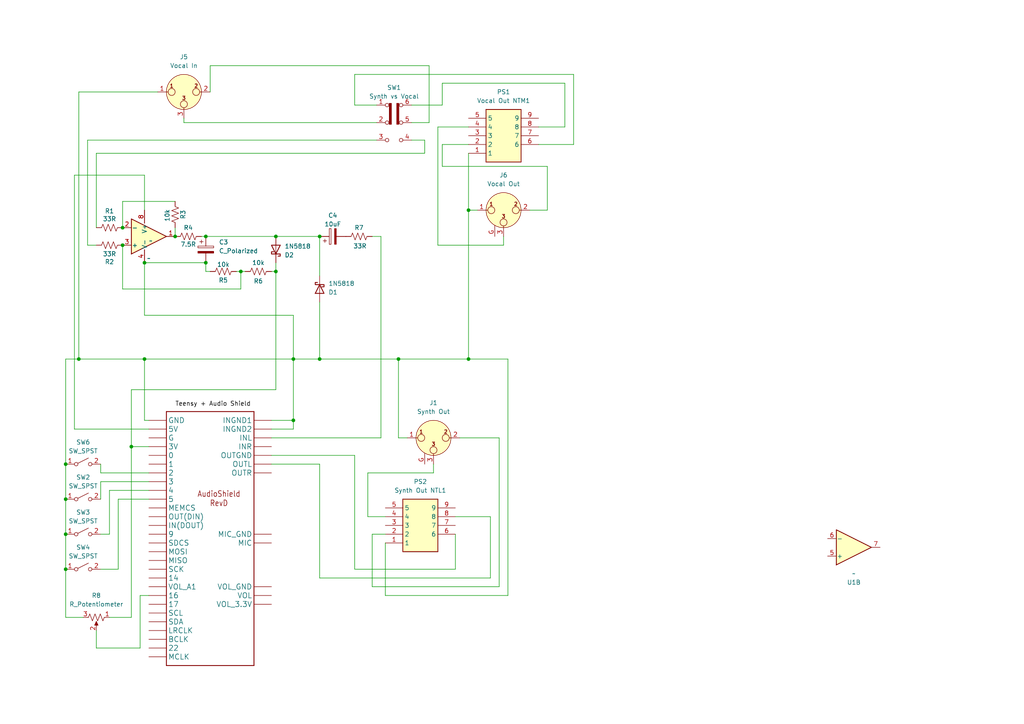
<source format=kicad_sch>
(kicad_sch (version 20250114) (generator "eeschema") (generator_version "9.0")
  (paper "A4")
  (lib_symbols
    (symbol "Amplifier_Operational:LM358" (pin_names (offset 0.127))
      (property "Reference" "U" (at 0 5.08 0))
      (property "Value" "LM358" (at 0 -5.08 0))
      (symbol "LM358_1_1"
        (polyline (pts (xy -5.08 5.08) (xy 5.08 0) (xy -5.08 -5.08) (xy -5.08 5.08)) (stroke (width 0.254)) (fill (type background)))
        (pin input line (at -7.62 2.54 0) (length 2.54) (name "+") (number "3"))
        (pin input line (at -7.62 -2.54 0) (length 2.54) (name "-") (number "2"))
        (pin output line (at 7.62 0 180) (length 2.54) (name "~") (number "1"))
      )
      (symbol "LM358_2_1"
        (polyline (pts (xy -5.08 5.08) (xy 5.08 0) (xy -5.08 -5.08) (xy -5.08 5.08)) (stroke (width 0.254)) (fill (type background)))
        (pin input line (at -7.62 2.54 0) (length 2.54) (name "+") (number "5"))
        (pin input line (at -7.62 -2.54 0) (length 2.54) (name "-") (number "6"))
        (pin output line (at 7.62 0 180) (length 2.54) (name "~") (number "7"))
      )
      (symbol "LM358_3_1"
        (pin power_in line (at -2.54 7.62 270) (length 3.81) (name "V+") (number "8"))
        (pin power_in line (at -2.54 -7.62 90) (length 3.81) (name "V-") (number "4"))
      )
    )
    (symbol "Connector_Audio:NC3FAAH" (pin_names (hide yes))
      (property "Reference" "J" (at 0 8.89 0))
      (property "Value" "NC3FAAH" (at 0 6.35 0))
      (symbol "NC3FAAH_0_1"
        (polyline (pts (xy -5.08 0) (xy -4.572 0)))
        (circle (center -3.556 0) (radius 1.016))
        (circle (center 0 0) (radius 5.08) (fill (type background)))
        (circle (center 0 -3.556) (radius 1.016))
        (polyline (pts (xy 0 -5.08) (xy 0 -4.572)))
        (circle (center 3.556 0) (radius 1.016))
        (polyline (pts (xy 5.08 0) (xy 4.572 0)))
        (text "1" (at -3.556 1.778 0) (effects (font (size 1.016 1.016) (bold yes))))
        (text "3" (at 0 -1.778 0) (effects (font (size 1.016 1.016) (bold yes))))
        (text "2" (at 3.556 1.778 0) (effects (font (size 1.016 1.016) (bold yes))))
        (pin passive line (at -7.62 0 0) (length 2.54) (name "~") (number "1"))
        (pin passive line (at 0 -7.62 90) (length 2.54) (name "~") (number "3"))
        (pin passive line (at 7.62 0 180) (length 2.54) (name "~") (number "2"))
      )
    )
    (symbol "Connector_Audio:NC3MAH" (pin_names (hide yes))
      (property "Reference" "J" (at 0 8.89 0))
      (property "Value" "NC3MAH" (at 0 6.35 0))
      (symbol "NC3MAH_0_1"
        (polyline (pts (xy -5.08 0) (xy -4.572 0)))
        (circle (center -3.556 0) (radius 1.016))
        (polyline (pts (xy -2.54 -5.08) (xy -2.54 -4.445)))
        (circle (center 0 0) (radius 5.08) (fill (type background)))
        (circle (center 0 -3.556) (radius 1.016))
        (polyline (pts (xy 0 -5.08) (xy 0 -4.572)))
        (circle (center 3.556 0) (radius 1.016))
        (polyline (pts (xy 5.08 0) (xy 4.572 0)))
        (text "1" (at -3.556 1.778 0) (effects (font (size 1.016 1.016) (bold yes))))
        (text "3" (at 0 -1.778 0) (effects (font (size 1.016 1.016) (bold yes))))
        (text "2" (at 3.556 1.778 0) (effects (font (size 1.016 1.016) (bold yes))))
        (pin passive line (at -7.62 0 0) (length 2.54) (name "~") (number "1"))
        (pin passive line (at 0 -7.62 90) (length 2.54) (name "~") (number "3"))
        (pin passive line (at 7.62 0 180) (length 2.54) (name "~") (number "2"))
      )
      (symbol "NC3MAH_1_1"
        (pin passive line (at -2.54 -7.62 90) (length 2.54) (name "~") (number "G"))
      )
    )
    (symbol "Device:C_Polarized" (pin_numbers (hide yes)) (pin_names (offset 0.254))
      (property "Reference" "C" (at 0.635 2.54 0))
      (property "Value" "C_Polarized" (at 0.635 -2.54 0))
      (symbol "C_Polarized_0_1"
        (rectangle (start -2.286 0.508) (end 2.286 1.016))
        (polyline (pts (xy -1.778 2.286) (xy -0.762 2.286)))
        (polyline (pts (xy -1.27 2.794) (xy -1.27 1.778)))
        (rectangle (start 2.286 -0.508) (end -2.286 -1.016) (fill (type outline)))
      )
      (symbol "C_Polarized_1_1"
        (pin passive line (at 0 3.81 270) (length 2.794) (name "~") (number "1"))
        (pin passive line (at 0 -3.81 90) (length 2.794) (name "~") (number "2"))
      )
    )
    (symbol "Device:R_US" (pin_numbers (hide yes)) (pin_names (offset 0))
      (property "Reference" "R" (at 2.54 0 90))
      (property "Value" "R_US" (at -2.54 0 90))
      (symbol "R_US_0_1"
        (polyline (pts (xy 0 2.286) (xy 0 2.54)))
        (polyline (pts (xy 0 2.286) (xy 1.016 1.905) (xy 0 1.524) (xy -1.016 1.143) (xy 0 0.762)))
        (polyline (pts (xy 0 0.762) (xy 1.016 0.381) (xy 0 0) (xy -1.016 -0.381) (xy 0 -0.762)))
        (polyline (pts (xy 0 -0.762) (xy 1.016 -1.143) (xy 0 -1.524) (xy -1.016 -1.905) (xy 0 -2.286)))
        (polyline (pts (xy 0 -2.286) (xy 0 -2.54)))
      )
      (symbol "R_US_1_1"
        (pin passive line (at 0 3.81 270) (length 1.27) (name "~") (number "1"))
        (pin passive line (at 0 -3.81 90) (length 1.27) (name "~") (number "2"))
      )
    )
    (symbol "Diode:1N5818" (pin_numbers (hide yes)) (pin_names (offset 1.016) (hide yes))
      (property "Reference" "D" (at 0 2.54 0))
      (property "Value" "1N5818" (at 0 -2.54 0))
      (symbol "1N5818_0_1"
        (polyline (pts (xy -1.905 0.635) (xy -1.905 1.27) (xy -1.27 1.27) (xy -1.27 -1.27) (xy -0.635 -1.27) (xy -0.635 -0.635)) (stroke (width 0.254)))
        (polyline (pts (xy 1.27 1.27) (xy 1.27 -1.27) (xy -1.27 0) (xy 1.27 1.27)) (stroke (width 0.254)))
        (polyline (pts (xy 1.27 0) (xy -1.27 0)))
      )
      (symbol "1N5818_1_1"
        (pin passive line (at -3.81 0 0) (length 2.54) (name "K") (number "1"))
        (pin passive line (at 3.81 0 180) (length 2.54) (name "A") (number "2"))
      )
    )
    (symbol "NTL1:NTL1"
      (property "Reference" "PS" (at 16.51 7.62 0))
      (property "Value" "NTL1" (at 16.51 5.08 0))
      (symbol "NTL1_1_1"
        (rectangle (start 5.08 2.54) (end 15.24 -12.7) (stroke (width 0.254)) (fill (type background)))
        (pin passive line (at 0 0 0) (length 5.08) (name "5") (number "5"))
        (pin passive line (at 0 -2.54 0) (length 5.08) (name "4") (number "4"))
        (pin passive line (at 0 -5.08 0) (length 5.08) (name "3") (number "3"))
        (pin passive line (at 0 -7.62 0) (length 5.08) (name "2") (number "2"))
        (pin passive line (at 0 -10.16 0) (length 5.08) (name "1") (number "1"))
        (pin passive line (at 20.32 0 180) (length 5.08) (name "9") (number "9"))
        (pin passive line (at 20.32 -2.54 180) (length 5.08) (name "8") (number "8"))
        (pin passive line (at 20.32 -5.08 180) (length 5.08) (name "7") (number "7"))
        (pin passive line (at 20.32 -7.62 180) (length 5.08) (name "6") (number "6"))
      )
    )
    (symbol "PCM_SparkFun-Resistor:R_Potentiometer" (pin_names (offset 1.016) (hide yes))
      (property "Reference" "R" (at 0 2.54 0))
      (property "Value" "R_Potentiometer" (at 10.16 -2.54 0))
      (symbol "R_Potentiometer_0_1"
        (polyline (pts (xy -2.286 0) (xy -2.54 0)))
        (polyline (pts (xy -0.762 0) (xy -1.143 -1.016) (xy -1.524 0) (xy -1.905 1.016) (xy -2.286 0)))
        (polyline (pts (xy 0 -1.143) (xy 0.508 -2.286) (xy -0.508 -2.286) (xy 0 -1.143)) (fill (type outline)))
        (polyline (pts (xy 0 -2.54) (xy 0 -1.524)))
        (polyline (pts (xy 0.762 0) (xy 0.381 -1.016) (xy 0 0) (xy -0.381 1.016) (xy -0.762 0)))
        (polyline (pts (xy 2.286 0) (xy 1.905 -1.016) (xy 1.524 0) (xy 1.143 1.016) (xy 0.762 0)))
        (polyline (pts (xy 2.54 0) (xy 2.286 0)))
      )
      (symbol "R_Potentiometer_1_1"
        (pin passive line (at -3.81 0 0) (length 1.27) (name "3") (number "3"))
        (pin passive line (at 0 -3.81 90) (length 1.27) (name "2") (number "2"))
        (pin passive line (at 3.81 0 180) (length 1.27) (name "1") (number "1"))
      )
    )
    (symbol "Switch:SW_SPST" (pin_names (offset 0) (hide yes))
      (property "Reference" "SW" (at 0 3.175 0))
      (property "Value" "SW_SPST" (at 0 -2.54 0))
      (symbol "SW_SPST_0_0"
        (circle (center -2.032 0) (radius 0.508))
        (polyline (pts (xy -1.524 0.254) (xy 1.524 1.778)))
        (circle (center 2.032 0) (radius 0.508))
      )
      (symbol "SW_SPST_1_1"
        (pin passive line (at -5.08 0 0) (length 2.54) (name "A") (number "1"))
        (pin passive line (at 5.08 0 180) (length 2.54) (name "B") (number "2"))
      )
    )
    (symbol "Switch:SW_Slide_DPDT" (pin_names (offset 0) (hide yes))
      (property "Reference" "SW" (at 0 6.858 0))
      (property "Value" "SW_Slide_DPDT" (at 0 -8.128 0))
      (symbol "SW_Slide_DPDT_0_0"
        (circle (center -2.032 5.08) (radius 0.508))
        (circle (center -2.032 -5.08) (radius 0.508))
        (circle (center 2.032 0) (radius 0.508))
        (circle (center 2.032 -5.08) (radius 0.508))
      )
      (symbol "SW_Slide_DPDT_0_1"
        (circle (center -2.032 0) (radius 0.508))
        (circle (center 2.032 5.08) (radius 0.508))
      )
      (symbol "SW_Slide_DPDT_1_1"
        (rectangle (start -1.397 5.588) (end -0.762 -0.508) (fill (type outline)))
        (rectangle (start 0.762 5.588) (end 1.397 -0.508) (fill (type outline)))
        (pin passive line (at -5.08 5.08 0) (length 2.54) (name "A") (number "1"))
        (pin passive line (at -5.08 0 0) (length 2.54) (name "B") (number "2"))
        (pin passive line (at -5.08 -5.08 0) (length 2.54) (name "C") (number "3"))
        (pin passive line (at 5.08 5.08 180) (length 2.54) (name "C") (number "6"))
        (pin passive line (at 5.08 0 180) (length 2.54) (name "B") (number "5"))
        (pin passive line (at 5.08 -5.08 180) (length 2.54) (name "A") (number "4"))
      )
    )
    (symbol "Teensy_Audioshield:AUDIOSHIELD-REVD"
      (symbol "AUDIOSHIELD-REVD_1_0"
        (polyline (pts (xy -12.7 38.1) (xy 12.7 38.1)) (stroke (width 0.254)))
        (polyline (pts (xy -12.7 -35.56) (xy -12.7 38.1)) (stroke (width 0.254)))
        (polyline (pts (xy 12.7 38.1) (xy 12.7 -35.56)) (stroke (width 0.254)))
        (polyline (pts (xy 12.7 -35.56) (xy -12.7 -35.56)) (stroke (width 0.254)))
        (text "AudioShield\nRevD" (at 2.54 15.24 0) (effects (font (size 1.6764 1.4249)) (justify top)))
        (pin bidirectional line (at -17.78 35.56 0) (length 5.08) (name "GND") (number "GND"))
        (pin bidirectional line (at -17.78 33.02 0) (length 5.08) (name "5V") (number "5V"))
        (pin bidirectional line (at -17.78 30.48 0) (length 5.08) (name "G") (number "G"))
        (pin bidirectional line (at -17.78 27.94 0) (length 5.08) (name "3V") (number "3V"))
        (pin bidirectional line (at -17.78 25.4 0) (length 5.08) (name "0") (number "0"))
        (pin bidirectional line (at -17.78 22.86 0) (length 5.08) (name "1") (number "1"))
        (pin bidirectional line (at -17.78 20.32 0) (length 5.08) (name "2") (number "2"))
        (pin bidirectional line (at -17.78 17.78 0) (length 5.08) (name "3") (number "3"))
        (pin bidirectional line (at -17.78 15.24 0) (length 5.08) (name "4") (number "4"))
        (pin bidirectional line (at -17.78 12.7 0) (length 5.08) (name "5") (number "5"))
        (pin bidirectional line (at -17.78 10.16 0) (length 5.08) (name "MEMCS") (number "6"))
        (pin bidirectional line (at -17.78 7.62 0) (length 5.08) (name "OUT(DIN)") (number "7"))
        (pin bidirectional line (at -17.78 5.08 0) (length 5.08) (name "IN(DOUT)") (number "8"))
        (pin bidirectional line (at -17.78 2.54 0) (length 5.08) (name "9") (number "9"))
        (pin bidirectional line (at -17.78 0 0) (length 5.08) (name "SDCS") (number "10"))
        (pin bidirectional line (at -17.78 -2.54 0) (length 5.08) (name "MOSI") (number "11"))
        (pin bidirectional line (at -17.78 -5.08 0) (length 5.08) (name "MISO") (number "12"))
        (pin bidirectional line (at -17.78 -7.62 0) (length 5.08) (name "SCK") (number "13"))
        (pin bidirectional line (at -17.78 -10.16 0) (length 5.08) (name "14") (number "14"))
        (pin bidirectional line (at -17.78 -12.7 0) (length 5.08) (name "VOL_A1") (number "15"))
        (pin bidirectional line (at -17.78 -15.24 0) (length 5.08) (name "16") (number "16"))
        (pin bidirectional line (at -17.78 -17.78 0) (length 5.08) (name "17") (number "17"))
        (pin bidirectional line (at -17.78 -20.32 0) (length 5.08) (name "SCL") (number "19"))
        (pin bidirectional line (at -17.78 -22.86 0) (length 5.08) (name "SDA") (number "18"))
        (pin bidirectional line (at -17.78 -25.4 0) (length 5.08) (name "LRCLK") (number "20"))
        (pin bidirectional line (at -17.78 -27.94 0) (length 5.08) (name "BCLK") (number "21"))
        (pin bidirectional line (at -17.78 -30.48 0) (length 5.08) (name "22") (number "22"))
        (pin bidirectional line (at -17.78 -33.02 0) (length 5.08) (name "MCLK") (number "23"))
        (pin bidirectional line (at 17.78 35.56 180) (length 5.08) (name "INGND1") (number "INGND1"))
        (pin bidirectional line (at 17.78 33.02 180) (length 5.08) (name "INGND2") (number "INGND2"))
        (pin input line (at 17.78 30.48 180) (length 5.08) (name "INL") (number "INL"))
        (pin input line (at 17.78 27.94 180) (length 5.08) (name "INR") (number "INR"))
        (pin bidirectional line (at 17.78 25.4 180) (length 5.08) (name "OUTGND") (number "OUTGND"))
        (pin output line (at 17.78 22.86 180) (length 5.08) (name "OUTL") (number "OUTL"))
        (pin output line (at 17.78 20.32 180) (length 5.08) (name "OUTR") (number "OUTR"))
        (pin bidirectional line (at 17.78 2.54 180) (length 5.08) (name "MIC_GND") (number "GND_MIC"))
        (pin input line (at 17.78 0 180) (length 5.08) (name "MIC") (number "MIC"))
        (pin bidirectional line (at 17.78 -12.7 180) (length 5.08) (name "VOL_GND") (number "VOL_GND"))
        (pin input line (at 17.78 -15.24 180) (length 5.08) (name "VOL") (number "VOL"))
        (pin bidirectional line (at 17.78 -17.78 180) (length 5.08) (name "VOL_3.3V") (number "VOL_3.3V"))
      )
    )
  )
  (junction (at 22.86 104.14))
  (junction (at 115.57 104.14))
  (junction (at 92.71 104.14))
  (junction (at 135.89 60.96))
  (junction (at 59.69 76.2))
  (junction (at 92.71 68.58))
  (junction (at 38.1 129.54))
  (junction (at 135.89 104.14))
  (junction (at 35.56 71.12))
  (junction (at 41.91 104.14))
  (junction (at 85.09 104.14))
  (junction (at 19.05 144.78))
  (junction (at 69.85 78.74))
  (junction (at 41.91 76.2))
  (junction (at 50.8 68.58))
  (junction (at 59.69 68.58))
  (junction (at 80.01 78.74))
  (junction (at 85.09 121.92))
  (junction (at 19.05 154.94))
  (junction (at 80.01 68.58))
  (junction (at 19.05 134.62))
  (junction (at 19.05 165.1))
  (junction (at 35.56 66.04))
  (wire (pts (xy 41.91 121.92) (xy 43.18 121.92)))
  (wire (pts (xy 53.34 35.56) (xy 109.22 35.56)))
  (wire (pts (xy 111.76 154.94) (xy 107.95 154.94)))
  (wire (pts (xy 40.64 187.96) (xy 40.64 172.72)))
  (wire (pts (xy 125.73 134.62) (xy 125.73 137.16)))
  (wire (pts (xy 78.74 124.46) (xy 85.09 124.46)))
  (wire (pts (xy 19.05 104.14) (xy 19.05 134.62)))
  (wire (pts (xy 78.74 78.74) (xy 80.01 78.74)))
  (wire (pts (xy 92.71 80.01) (xy 92.71 68.58)))
  (wire (pts (xy 92.71 134.62) (xy 92.71 167.64)))
  (wire (pts (xy 135.89 104.14) (xy 115.57 104.14)))
  (wire (pts (xy 27.94 44.45) (xy 27.94 66.04)))
  (wire (pts (xy 19.05 134.62) (xy 19.05 144.78)))
  (wire (pts (xy 107.95 68.58) (xy 110.49 68.58)))
  (wire (pts (xy 34.29 165.1) (xy 34.29 144.78)))
  (wire (pts (xy 53.34 34.29) (xy 53.34 35.56)))
  (wire (pts (xy 115.57 104.14) (xy 115.57 127)))
  (wire (pts (xy 128.27 41.91) (xy 135.89 41.91)))
  (wire (pts (xy 146.05 68.58) (xy 146.05 71.12)))
  (wire (pts (xy 102.87 30.48) (xy 102.87 21.59)))
  (wire (pts (xy 163.83 24.13) (xy 163.83 36.83)))
  (wire (pts (xy 119.38 30.48) (xy 128.27 30.48)))
  (wire (pts (xy 85.09 104.14) (xy 92.71 104.14)))
  (wire (pts (xy 135.89 60.96) (xy 138.43 60.96)))
  (wire (pts (xy 80.01 113.03) (xy 38.1 113.03)))
  (wire (pts (xy 22.86 104.14) (xy 41.91 104.14)))
  (wire (pts (xy 127 71.12) (xy 146.05 71.12)))
  (wire (pts (xy 111.76 149.86) (xy 106.68 149.86)))
  (wire (pts (xy 128.27 24.13) (xy 163.83 24.13)))
  (wire (pts (xy 60.96 19.05) (xy 124.46 19.05)))
  (wire (pts (xy 41.91 76.2) (xy 59.69 76.2)))
  (wire (pts (xy 80.01 78.74) (xy 80.01 113.03)))
  (wire (pts (xy 27.94 44.45) (xy 123.19 44.45)))
  (wire (pts (xy 132.08 165.1) (xy 102.87 165.1)))
  (wire (pts (xy 80.01 68.58) (xy 92.71 68.58)))
  (wire (pts (xy 38.1 129.54) (xy 38.1 179.07)))
  (wire (pts (xy 21.59 50.8) (xy 21.59 124.46)))
  (wire (pts (xy 106.68 149.86) (xy 106.68 137.16)))
  (wire (pts (xy 35.56 58.42) (xy 50.8 58.42)))
  (wire (pts (xy 34.29 144.78) (xy 43.18 144.78)))
  (wire (pts (xy 31.75 142.24) (xy 43.18 142.24)))
  (wire (pts (xy 22.86 26.67) (xy 45.72 26.67)))
  (wire (pts (xy 41.91 50.8) (xy 41.91 60.96)))
  (wire (pts (xy 35.56 58.42) (xy 35.56 66.04)))
  (wire (pts (xy 25.4 40.64) (xy 109.22 40.64)))
  (wire (pts (xy 31.75 154.94) (xy 31.75 142.24)))
  (wire (pts (xy 135.89 44.45) (xy 135.89 60.96)))
  (wire (pts (xy 124.46 35.56) (xy 119.38 35.56)))
  (wire (pts (xy 21.59 124.46) (xy 43.18 124.46)))
  (wire (pts (xy 19.05 154.94) (xy 19.05 165.1)))
  (wire (pts (xy 78.74 127) (xy 110.49 127)))
  (wire (pts (xy 135.89 36.83) (xy 127 36.83)))
  (wire (pts (xy 29.21 139.7) (xy 29.21 144.78)))
  (wire (pts (xy 85.09 121.92) (xy 78.74 121.92)))
  (wire (pts (xy 107.95 154.94) (xy 107.95 170.18)))
  (wire (pts (xy 78.74 132.08) (xy 102.87 132.08)))
  (wire (pts (xy 106.68 137.16) (xy 125.73 137.16)))
  (wire (pts (xy 41.91 104.14) (xy 85.09 104.14)))
  (wire (pts (xy 109.22 30.48) (xy 102.87 30.48)))
  (wire (pts (xy 110.49 68.58) (xy 110.49 127)))
  (wire (pts (xy 35.56 71.12) (xy 35.56 83.82)))
  (wire (pts (xy 85.09 91.44) (xy 85.09 104.14)))
  (wire (pts (xy 163.83 36.83) (xy 156.21 36.83)))
  (wire (pts (xy 19.05 144.78) (xy 19.05 154.94)))
  (wire (pts (xy 59.69 78.74) (xy 59.69 76.2)))
  (wire (pts (xy 115.57 104.14) (xy 92.71 104.14)))
  (wire (pts (xy 31.75 179.07) (xy 38.1 179.07)))
  (wire (pts (xy 60.96 26.67) (xy 60.96 19.05)))
  (wire (pts (xy 38.1 113.03) (xy 38.1 129.54)))
  (wire (pts (xy 50.8 66.04) (xy 50.8 68.58)))
  (wire (pts (xy 156.21 41.91) (xy 166.37 41.91)))
  (wire (pts (xy 58.42 68.58) (xy 59.69 68.58)))
  (wire (pts (xy 41.91 50.8) (xy 21.59 50.8)))
  (wire (pts (xy 135.89 60.96) (xy 135.89 104.14)))
  (wire (pts (xy 19.05 165.1) (xy 19.05 179.07)))
  (wire (pts (xy 24.13 179.07) (xy 19.05 179.07)))
  (wire (pts (xy 22.86 26.67) (xy 22.86 104.14)))
  (wire (pts (xy 107.95 170.18) (xy 144.78 170.18)))
  (wire (pts (xy 132.08 149.86) (xy 142.24 149.86)))
  (wire (pts (xy 68.58 78.74) (xy 69.85 78.74)))
  (wire (pts (xy 135.89 104.14) (xy 147.32 104.14)))
  (wire (pts (xy 69.85 83.82) (xy 69.85 78.74)))
  (wire (pts (xy 43.18 139.7) (xy 29.21 139.7)))
  (wire (pts (xy 92.71 87.63) (xy 92.71 104.14)))
  (wire (pts (xy 111.76 172.72) (xy 147.32 172.72)))
  (wire (pts (xy 40.64 172.72) (xy 43.18 172.72)))
  (wire (pts (xy 78.74 134.62) (xy 92.71 134.62)))
  (wire (pts (xy 41.91 104.14) (xy 41.91 121.92)))
  (wire (pts (xy 153.67 60.96) (xy 158.75 60.96)))
  (wire (pts (xy 41.91 91.44) (xy 85.09 91.44)))
  (wire (pts (xy 123.19 44.45) (xy 123.19 40.64)))
  (wire (pts (xy 41.91 76.2) (xy 41.91 91.44)))
  (wire (pts (xy 142.24 167.64) (xy 92.71 167.64)))
  (wire (pts (xy 144.78 170.18) (xy 144.78 127)))
  (wire (pts (xy 19.05 104.14) (xy 22.86 104.14)))
  (wire (pts (xy 158.75 60.96) (xy 158.75 48.26)))
  (wire (pts (xy 29.21 137.16) (xy 43.18 137.16)))
  (wire (pts (xy 132.08 154.94) (xy 132.08 165.1)))
  (wire (pts (xy 59.69 68.58) (xy 80.01 68.58)))
  (wire (pts (xy 142.24 149.86) (xy 142.24 167.64)))
  (wire (pts (xy 27.94 182.88) (xy 27.94 187.96)))
  (wire (pts (xy 31.75 154.94) (xy 29.21 154.94)))
  (wire (pts (xy 158.75 48.26) (xy 128.27 48.26)))
  (wire (pts (xy 69.85 78.74) (xy 71.12 78.74)))
  (wire (pts (xy 102.87 21.59) (xy 166.37 21.59)))
  (wire (pts (xy 127 36.83) (xy 127 71.12)))
  (wire (pts (xy 147.32 172.72) (xy 147.32 104.14)))
  (wire (pts (xy 27.94 187.96) (xy 40.64 187.96)))
  (wire (pts (xy 25.4 40.64) (xy 25.4 71.12)))
  (wire (pts (xy 102.87 165.1) (xy 102.87 132.08)))
  (wire (pts (xy 85.09 121.92) (xy 85.09 124.46)))
  (wire (pts (xy 166.37 21.59) (xy 166.37 41.91)))
  (wire (pts (xy 59.69 78.74) (xy 60.96 78.74)))
  (wire (pts (xy 25.4 71.12) (xy 27.94 71.12)))
  (wire (pts (xy 85.09 104.14) (xy 85.09 121.92)))
  (wire (pts (xy 111.76 157.48) (xy 111.76 172.72)))
  (wire (pts (xy 128.27 30.48) (xy 128.27 24.13)))
  (wire (pts (xy 115.57 127) (xy 118.11 127)))
  (wire (pts (xy 133.35 127) (xy 144.78 127)))
  (wire (pts (xy 80.01 76.2) (xy 80.01 78.74)))
  (wire (pts (xy 123.19 40.64) (xy 119.38 40.64)))
  (wire (pts (xy 29.21 134.62) (xy 29.21 137.16)))
  (wire (pts (xy 35.56 83.82) (xy 69.85 83.82)))
  (wire (pts (xy 128.27 48.26) (xy 128.27 41.91)))
  (wire (pts (xy 38.1 129.54) (xy 43.18 129.54)))
  (wire (pts (xy 34.29 165.1) (xy 29.21 165.1)))
  (wire (pts (xy 124.46 19.05) (xy 124.46 35.56)))
  (label "Teensy + Audio Shield" (at 50.8 118.11 0))
  (symbol (lib_id "Switch:SW_SPST") (at 24.13 134.62 0) (unit 1)
    (property "Reference" "SW6" (at 24.13 128.27 0))
    (property "Value" "SW_SPST" (at 24.13 130.81 0))
    (property "Footprint" "Button_Switch_THT:SW_DIP_SPSTx01_Slide_9.78x4.72mm_W7.62mm_P2.54mm" (effects (hide yes)))
    (property "Description" "Single Pole Single Throw (SPST) switch" (effects (hide yes)))
  )
  (symbol (lib_id "Device:R_US") (at 64.77 78.74 270) (unit 1)
    (property "Reference" "R5" (at 64.77 81.28 90))
    (property "Value" "10k" (at 64.77 76.708 90))
    (property "Footprint" "Resistor_THT:R_Axial_DIN0309_L9.0mm_D3.2mm_P12.70mm_Horizontal" (effects (hide yes)))
    (property "Description" "Resistor, US symbol" (effects (hide yes)))
  )
  (symbol (lib_id "Device:R_US") (at 31.75 66.04 270) (unit 1)
    (property "Reference" "R1" (at 31.75 61.214 90))
    (property "Value" "33R" (at 31.75 63.5 90))
    (property "Footprint" "Resistor_THT:R_Axial_DIN0309_L9.0mm_D3.2mm_P12.70mm_Horizontal" (effects (hide yes)))
    (property "Description" "Resistor, US symbol" (effects (hide yes)))
  )
  (symbol (lib_id "Switch:SW_SPST") (at 24.13 144.78 0) (unit 1)
    (property "Reference" "SW2" (at 24.13 138.43 0))
    (property "Value" "SW_SPST" (at 24.13 140.97 0))
    (property "Footprint" "Button_Switch_THT:SW_DIP_SPSTx01_Slide_9.78x4.72mm_W7.62mm_P2.54mm" (effects (hide yes)))
    (property "Description" "Single Pole Single Throw (SPST) switch" (effects (hide yes)))
  )
  (symbol (lib_id "PCM_SparkFun-Resistor:R_Potentiometer") (at 27.94 179.07 0) (unit 1)
    (property "Reference" "R8" (at 27.94 172.72 0))
    (property "Value" "R_Potentiometer" (at 27.94 175.26 0))
    (property "Footprint" "PCM_SparkFun-Resistor:Bourns-PDB18" (effects (hide yes)))
    (property "Datasheet" "https://www.bourns.com/docs/Product-Datasheets/PDB18.pdf" (effects (hide yes)))
    (property "Description" "Potentiometer" (effects (hide yes)))
  )
  (symbol (lib_id "Device:C_Polarized") (at 96.52 68.58 90) (unit 1)
    (property "Reference" "C4" (at 96.52 62.484 90))
    (property "Value" "10uF" (at 96.52 65.024 90))
    (property "Footprint" "Capacitor_THT:CP_Radial_D4.0mm_P2.00mm" (effects (hide yes)))
    (property "Description" "Polarized capacitor" (effects (hide yes)))
  )
  (symbol (lib_id "NTL1:NTL1") (at 135.89 34.29 0) (unit 1)
    (property "Reference" "PS1" (at 146.05 26.67 0))
    (property "Value" "Vocal Out NTM1" (at 146.05 29.21 0))
    (property "Footprint" "Library:NTL1" (effects (hide yes)))
    (property "Datasheet" "https://www.neutrik.com/media/8728/download/ntl1-1.pdf?v=1" (effects (hide yes)))
    (property "Description" "NEUTRIK - NTL1 - TRANSFORMER, AUDIO, 1:1" (effects (hide yes)))
    (property "Height" "12" (effects (hide yes)))
    (property "Mouser Part Number" "568-NTL1" (effects (hide yes)))
    (property "Mouser Price/Stock" "https://www.mouser.co.uk/ProductDetail/Neutrik/NTL1?qs=R5cXQUTKuHV8eUmNWbdMBg%3D%3D" (effects (hide yes)))
    (property "Manufacturer_Name" "Neutrik" (effects (hide yes)))
    (property "Manufacturer_Part_Number" "NTL1" (effects (hide yes)))
  )
  (symbol (lib_id "Amplifier_Operational:LM358") (at 247.65 158.75 0) (mirror x) (unit 2)
    (property "Reference" "U1" (at 247.65 168.91 0))
    (property "Value" "~" (at 247.65 166.37 0))
    (property "Footprint" "Package_DIP:DIP-8_W7.62mm" (effects (hide yes)))
    (property "Datasheet" "http://www.ti.com/lit/ds/symlink/lm2904-n.pdf" (effects (hide yes)))
    (property "Description" "Low-Power, Dual Operational Amplifiers, DIP-8/SOIC-8/TO-99-8" (effects (hide yes)))
  )
  (symbol (lib_id "Teensy_Audioshield:AUDIOSHIELD-REVD") (at 60.96 157.48 0) (unit 1)
    (property "Reference" "1" (effects (hide yes)))
  )
  (symbol (lib_id "Diode:1N5818") (at 80.01 72.39 270) (mirror x) (unit 1)
    (property "Reference" "D2" (at 82.55 73.9776 90) (effects (justify left)))
    (property "Value" "1N5818" (at 82.55 71.4376 90) (effects (justify left)))
    (property "Footprint" "Diode_THT:D_DO-41_SOD81_P10.16mm_Horizontal" (effects (hide yes)))
    (property "Datasheet" "http://www.vishay.com/docs/88525/1n5817.pdf" (effects (hide yes)))
    (property "Description" "30V 1A Schottky Barrier Rectifier Diode, DO-41" (effects (hide yes)))
  )
  (symbol (lib_id "Switch:SW_SPST") (at 24.13 165.1 0) (unit 1)
    (property "Reference" "SW4" (at 24.13 158.75 0))
    (property "Value" "SW_SPST" (at 24.13 161.29 0))
    (property "Footprint" "Button_Switch_THT:SW_DIP_SPSTx01_Slide_9.78x4.72mm_W7.62mm_P2.54mm" (effects (hide yes)))
    (property "Description" "Single Pole Single Throw (SPST) switch" (effects (hide yes)))
  )
  (symbol (lib_id "Device:R_US") (at 54.61 68.58 270) (unit 1)
    (property "Reference" "R4" (at 54.61 66.04 90))
    (property "Value" "7.5R" (at 54.61 70.866 90))
    (property "Footprint" "Resistor_THT:R_Axial_DIN0309_L9.0mm_D3.2mm_P12.70mm_Horizontal" (effects (hide yes)))
    (property "Description" "Resistor, US symbol" (effects (hide yes)))
  )
  (symbol (lib_id "Switch:SW_SPST") (at 24.13 154.94 0) (unit 1)
    (property "Reference" "SW3" (at 24.13 148.59 0))
    (property "Value" "SW_SPST" (at 24.13 151.13 0))
    (property "Footprint" "Button_Switch_THT:SW_DIP_SPSTx01_Slide_9.78x4.72mm_W7.62mm_P2.54mm" (effects (hide yes)))
    (property "Description" "Single Pole Single Throw (SPST) switch" (effects (hide yes)))
  )
  (symbol (lib_id "Connector_Audio:NC3MAH") (at 146.05 60.96 0) (unit 1)
    (property "Reference" "J6" (at 146.05 50.8 0))
    (property "Value" "Vocal Out" (at 146.05 53.34 0))
    (property "Footprint" "Connector_Audio:Jack_XLR_Neutrik_NC3MAH_Horizontal" (effects (hide yes)))
    (property "Datasheet" "https://www.neutrik.com/en/product/nc3mah" (effects (hide yes)))
    (property "Description" "A Series, 3 pole male XLR receptacle, grounding: separate ground contact to mating connector shell and front panel, horizontal PCB mount" (effects (hide yes)))
  )
  (symbol (lib_id "NTL1:NTL1") (at 111.76 147.32 0) (unit 1)
    (property "Reference" "PS2" (at 121.92 139.7 0))
    (property "Value" "Synth Out NTL1" (at 121.92 142.24 0))
    (property "Footprint" "Library:NTL1" (effects (hide yes)))
    (property "Datasheet" "https://www.neutrik.com/media/8728/download/ntl1-1.pdf?v=1" (effects (hide yes)))
    (property "Description" "NEUTRIK - NTL1 - TRANSFORMER, AUDIO, 1:1" (effects (hide yes)))
    (property "Height" "12" (effects (hide yes)))
    (property "Mouser Part Number" "568-NTL1" (effects (hide yes)))
    (property "Mouser Price/Stock" "https://www.mouser.co.uk/ProductDetail/Neutrik/NTL1?qs=R5cXQUTKuHV8eUmNWbdMBg%3D%3D" (effects (hide yes)))
    (property "Manufacturer_Name" "Neutrik" (effects (hide yes)))
    (property "Manufacturer_Part_Number" "NTL1" (effects (hide yes)))
  )
  (symbol (lib_id "Device:R_US") (at 50.8 62.23 180) (unit 1)
    (property "Reference" "R3" (at 53.086 62.23 90))
    (property "Value" "10k" (at 48.514 62.484 90))
    (property "Footprint" "Resistor_THT:R_Axial_DIN0309_L9.0mm_D3.2mm_P12.70mm_Horizontal" (effects (hide yes)))
    (property "Description" "Resistor, US symbol" (effects (hide yes)))
  )
  (symbol (lib_id "Connector_Audio:NC3FAAH") (at 53.34 26.67 0) (unit 1)
    (property "Reference" "J5" (at 53.34 16.51 0))
    (property "Value" "Vocal In" (at 53.34 19.05 0))
    (property "Footprint" "Connector_Audio:Jack_XLR_Neutrik_NC3FAAH_Horizontal" (effects (hide yes)))
    (property "Datasheet" "https://www.neutrik.com/en/product/nc3faah" (effects (hide yes)))
    (property "Description" "AA Series, 3 pole female XLR receptacle, grounding: without ground/shell contact, horizontal PCB mount" (effects (hide yes)))
  )
  (symbol (lib_id "Diode:1N5818") (at 92.71 83.82 90) (mirror x) (unit 1)
    (property "Reference" "D1" (at 95.25 84.7726 90) (effects (justify right)))
    (property "Value" "1N5818" (at 95.25 82.2326 90) (effects (justify right)))
    (property "Footprint" "Diode_THT:D_DO-41_SOD81_P10.16mm_Horizontal" (effects (hide yes)))
    (property "Datasheet" "http://www.vishay.com/docs/88525/1n5817.pdf" (effects (hide yes)))
    (property "Description" "30V 1A Schottky Barrier Rectifier Diode, DO-41" (effects (hide yes)))
  )
  (symbol (lib_id "Amplifier_Operational:LM358") (at 43.18 68.58 0) (mirror x) (unit 1)
    (property "Reference" "U1" (effects (hide yes)))
    (property "Value" "~" (at 43.18 74.93 0))
    (property "Footprint" "Package_DIP:DIP-8_W7.62mm" (effects (hide yes)))
    (property "Datasheet" "http://www.ti.com/lit/ds/symlink/lm2904-n.pdf" (effects (hide yes)))
    (property "Description" "Low-Power, Dual Operational Amplifiers, DIP-8/SOIC-8/TO-99-8" (effects (hide yes)))
  )
  (symbol (lib_id "Device:R_US") (at 31.75 71.12 270) (unit 1)
    (property "Reference" "R2" (at 31.75 75.946 90))
    (property "Value" "33R" (at 31.75 73.66 90))
    (property "Footprint" "Resistor_THT:R_Axial_DIN0309_L9.0mm_D3.2mm_P12.70mm_Horizontal" (effects (hide yes)))
    (property "Description" "Resistor, US symbol" (effects (hide yes)))
  )
  (symbol (lib_id "Device:C_Polarized") (at 59.69 72.39 0) (unit 1)
    (property "Reference" "C3" (at 63.5 70.2309 0) (effects (justify left)))
    (property "Value" "C_Polarized" (at 63.5 72.7709 0) (effects (justify left)))
    (property "Footprint" "Capacitor_THT:CP_Radial_D4.0mm_P2.00mm" (effects (hide yes)))
    (property "Description" "Polarized capacitor" (effects (hide yes)))
  )
  (symbol (lib_id "Device:R_US") (at 104.14 68.58 270) (unit 1)
    (property "Reference" "R7" (at 104.14 66.04 90))
    (property "Value" "33R" (at 104.394 71.374 90))
    (property "Footprint" "Resistor_THT:R_Axial_DIN0309_L9.0mm_D3.2mm_P12.70mm_Horizontal" (effects (hide yes)))
    (property "Description" "Resistor, US symbol" (effects (hide yes)))
  )
  (symbol (lib_id "Amplifier_Operational:LM358") (at 44.45 68.58 0) (unit 3)
    (property "Reference" "U1" (effects (hide yes)))
    (property "Value" "~" (at 43.18 69.8499 0) (effects (justify left)))
    (property "Footprint" "Package_DIP:DIP-8_W7.62mm" (effects (hide yes)))
    (property "Datasheet" "http://www.ti.com/lit/ds/symlink/lm2904-n.pdf" (effects (hide yes)))
    (property "Description" "Low-Power, Dual Operational Amplifiers, DIP-8/SOIC-8/TO-99-8" (effects (hide yes)))
  )
  (symbol (lib_id "Switch:SW_Slide_DPDT") (at 114.3 35.56 0) (unit 1)
    (property "Reference" "SW1" (at 114.3 25.4 0))
    (property "Value" "Synth vs Vocal" (at 114.3 27.94 0))
    (property "Footprint" "Button_Switch_THT:SW_Push_2P2T_Toggle_CK_PVA2xxH1xxxxxxV2" (effects (hide yes)))
    (property "Description" "Slide Switch, dual pole double throw" (effects (hide yes)))
  )
  (symbol (lib_id "Device:R_US") (at 74.93 78.74 270) (unit 1)
    (property "Reference" "R6" (at 74.93 81.534 90))
    (property "Value" "10k" (at 74.93 76.2 90))
    (property "Footprint" "Resistor_THT:R_Axial_DIN0309_L9.0mm_D3.2mm_P12.70mm_Horizontal" (effects (hide yes)))
    (property "Description" "Resistor, US symbol" (effects (hide yes)))
  )
  (symbol (lib_id "Connector_Audio:NC3MAH") (at 125.73 127 0) (unit 1)
    (property "Reference" "J1" (at 125.73 116.84 0))
    (property "Value" "Synth Out" (at 125.73 119.38 0))
    (property "Footprint" "Connector_Audio:Jack_XLR_Neutrik_NC3MAH_Horizontal" (effects (hide yes)))
    (property "Datasheet" "https://www.neutrik.com/en/product/nc3mah" (effects (hide yes)))
    (property "Description" "A Series, 3 pole male XLR receptacle, grounding: separate ground contact to mating connector shell and front panel, horizontal PCB mount" (effects (hide yes)))
  )
)
</source>
